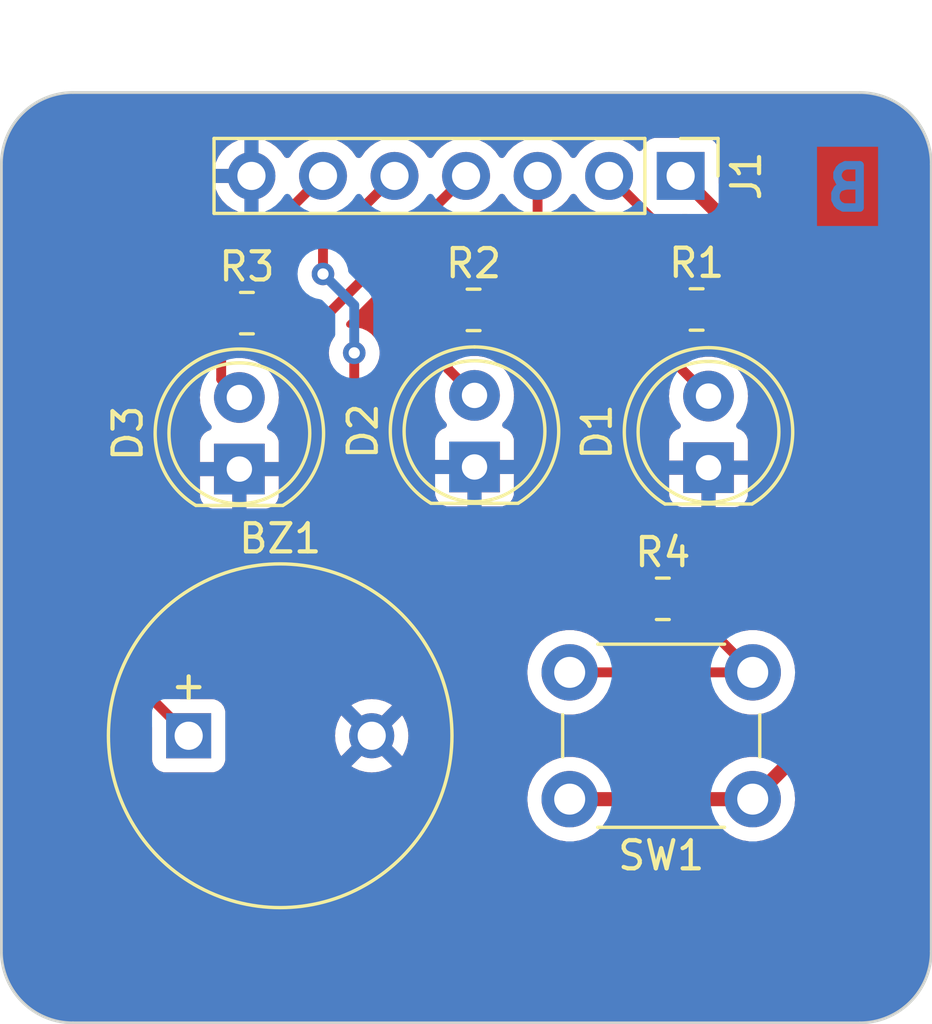
<source format=kicad_pcb>
(kicad_pcb (version 20221018) (generator pcbnew)
  (layers (0 "F.Cu" signal) (31 "B.Cu" signal) (34 "B.Paste" user) (35 "F.Paste" user) (36 "B.SilkS" user "B.Silkscreen") (37 "F.SilkS" user "F.Silkscreen") (38 "B.Mask" user) (39 "F.Mask" user) (44 "Edge.Cuts" user))
  (net 0 "")
  (net 1 "/BUZZER")
  (net 2 "GND")
  (net 3 "/LED1")
  (net 4 "/LED2")
  (net 5 "/LED3")
  (net 6 "+5V")
  (net 7 "/SW")
  (net 8 "Net-(D1-A)")
  (net 9 "Net-(D2-A)")
  (net 10 "Net-(D3-A)")
  (footprint "Resistor_SMD:R_0805_2012Metric" (layer "F.Cu") (at 151.8275 93.8)
    (fp_text reference "R1" (at 0 -1.65) (layer "F.SilkS"))
    (fp_text value "220")
    (fp_line (start -0.227064 -0.735) (end 0.227064 -0.735) (stroke (width 0.12)) (layer "F.SilkS"))
    (fp_line (start -0.227064 0.735) (end 0.227064 0.735) (stroke (width 0.12)) (layer "F.SilkS"))
    (pad "1" smd roundrect (at -0.9125 0) (size 1.025 1.4) (layers "F.Cu" "F.Paste" "F.Mask") (roundrect_rratio 0.243902) (net 8 "Net-(D1-A)"))
    (pad "2" smd roundrect (at 0.9125 0) (size 1.025 1.4) (layers "F.Cu" "F.Paste" "F.Mask") (roundrect_rratio 0.243902) (net 3 "/LED1"))
  )
  (footprint "LED_THT:LED_D5.0mm_Clear" (layer "F.Cu") (at 135.59 99.465 90)
    (fp_text reference "D3" (at 1.27 -3.96 90) (layer "F.SilkS"))
    (fp_text value "LED")
    (fp_line (start -1.29 -1.545) (end -1.29 1.545) (stroke (width 0.12)) (layer "F.SilkS"))
    (fp_arc (start -1.29 -1.54483) (mid 2.072002 -2.880433) (end 4.26 0.000462) (stroke (width 0.12)) (layer "F.SilkS"))
    (fp_arc (start 4.26 -0.000462) (mid 2.072002 2.880433) (end -1.29 1.54483) (stroke (width 0.12)) (layer "F.SilkS"))
    (fp_circle (center 1.27 0) (end 3.77 0) (stroke (width 0.12)) (fill none) (layer "F.SilkS"))
    (pad "1" thru_hole rect (at 0 0 90) (size 1.8 1.8) (drill 0.9) (layers "*.Cu" "*.Mask") (net 2 "GND"))
    (pad "2" thru_hole circle (at 2.54 0 90) (size 1.8 1.8) (drill 0.9) (layers "*.Cu" "*.Mask") (net 10 "Net-(D3-A)"))
  )
  (footprint "Button_Switch_THT:SW_PUSH_6mm_H5mm" (layer "F.Cu") (at 153.82 111.18 180)
    (fp_text reference "SW1" (at 3.25 -2) (layer "F.SilkS"))
    (fp_text value "SW_Push")
    (fp_line (start -0.25 1.5) (end -0.25 3) (stroke (width 0.12)) (layer "F.SilkS"))
    (fp_line (start 1 5.5) (end 5.5 5.5) (stroke (width 0.12)) (layer "F.SilkS"))
    (fp_line (start 5.5 -1) (end 1 -1) (stroke (width 0.12)) (layer "F.SilkS"))
    (fp_line (start 6.75 3) (end 6.75 1.5) (stroke (width 0.12)) (layer "F.SilkS"))
    (pad "1" thru_hole circle (at 0 0 270) (size 2 2) (drill 1.1) (layers "*.Cu" "*.Mask") (net 6 "+5V"))
    (pad "1" thru_hole circle (at 6.5 0 270) (size 2 2) (drill 1.1) (layers "*.Cu" "*.Mask") (net 6 "+5V"))
    (pad "2" thru_hole circle (at 0 4.5 270) (size 2 2) (drill 1.1) (layers "*.Cu" "*.Mask") (net 7 "/SW"))
    (pad "2" thru_hole circle (at 6.5 4.5 270) (size 2 2) (drill 1.1) (layers "*.Cu" "*.Mask") (net 7 "/SW"))
  )
  (footprint "LED_THT:LED_D5.0mm_Clear" (layer "F.Cu") (at 143.94 99.39 90)
    (fp_text reference "D2" (at 1.27 -3.96 90) (layer "F.SilkS"))
    (fp_text value "LED")
    (fp_line (start -1.29 -1.545) (end -1.29 1.545) (stroke (width 0.12)) (layer "F.SilkS"))
    (fp_arc (start -1.29 -1.54483) (mid 2.072002 -2.880433) (end 4.26 0.000462) (stroke (width 0.12)) (layer "F.SilkS"))
    (fp_arc (start 4.26 -0.000462) (mid 2.072002 2.880433) (end -1.29 1.54483) (stroke (width 0.12)) (layer "F.SilkS"))
    (fp_circle (center 1.27 0) (end 3.77 0) (stroke (width 0.12)) (fill none) (layer "F.SilkS"))
    (pad "1" thru_hole rect (at 0 0 90) (size 1.8 1.8) (drill 0.9) (layers "*.Cu" "*.Mask") (net 2 "GND"))
    (pad "2" thru_hole circle (at 2.54 0 90) (size 1.8 1.8) (drill 0.9) (layers "*.Cu" "*.Mask") (net 9 "Net-(D2-A)"))
  )
  (footprint "Connector_PinHeader_2.54mm:PinHeader_1x07_P2.54mm_Vertical" (layer "F.Cu") (at 151.26 89.06 -90)
    (fp_text reference "J1" (at 0 -2.33 -90) (layer "F.SilkS"))
    (fp_text value "Conn_01x07_Pin")
    (fp_line (start -1.33 -1.33) (end 0 -1.33) (stroke (width 0.12)) (layer "F.SilkS"))
    (fp_line (start -1.33 0) (end -1.33 -1.33) (stroke (width 0.12)) (layer "F.SilkS"))
    (fp_line (start -1.33 1.27) (end -1.33 16.57) (stroke (width 0.12)) (layer "F.SilkS"))
    (fp_line (start -1.33 1.27) (end 1.33 1.27) (stroke (width 0.12)) (layer "F.SilkS"))
    (fp_line (start -1.33 16.57) (end 1.33 16.57) (stroke (width 0.12)) (layer "F.SilkS"))
    (fp_line (start 1.33 1.27) (end 1.33 16.57) (stroke (width 0.12)) (layer "F.SilkS"))
    (pad "1" thru_hole rect (at 0 0 270) (size 1.7 1.7) (drill 1) (layers "*.Cu" "*.Mask") (net 6 "+5V"))
    (pad "2" thru_hole oval (at 0 2.54 270) (size 1.7 1.7) (drill 1) (layers "*.Cu" "*.Mask") (net 3 "/LED1"))
    (pad "3" thru_hole oval (at 0 5.08 270) (size 1.7 1.7) (drill 1) (layers "*.Cu" "*.Mask") (net 4 "/LED2"))
    (pad "4" thru_hole oval (at 0 7.62 270) (size 1.7 1.7) (drill 1) (layers "*.Cu" "*.Mask") (net 5 "/LED3"))
    (pad "5" thru_hole oval (at 0 10.16 270) (size 1.7 1.7) (drill 1) (layers "*.Cu" "*.Mask") (net 7 "/SW"))
    (pad "6" thru_hole oval (at 0 12.7 270) (size 1.7 1.7) (drill 1) (layers "*.Cu" "*.Mask") (net 1 "/BUZZER"))
    (pad "7" thru_hole oval (at 0 15.24 270) (size 1.7 1.7) (drill 1) (layers "*.Cu" "*.Mask") (net 2 "GND"))
  )
  (footprint "Buzzer_Beeper:MagneticBuzzer_ProSignal_ABT-410-RC" (layer "F.Cu") (at 133.79 108.93)
    (fp_text reference "BZ1" (at 3.25 -7) (layer "F.SilkS"))
    (fp_text value "Buzzer")
    (fp_text user "+" (at 0 -1.8) (layer "F.SilkS"))
    (fp_circle (center 3.25 0) (end 9.35 0) (stroke (width 0.12)) (fill none) (layer "F.SilkS"))
    (pad "1" thru_hole rect (at 0 0) (size 1.6 1.6) (drill 1) (layers "*.Cu" "*.Mask") (net 1 "/BUZZER"))
    (pad "2" thru_hole circle (at 6.5 0) (size 1.6 1.6) (drill 1) (layers "*.Cu" "*.Mask") (net 2 "GND"))
  )
  (footprint "Resistor_SMD:R_0805_2012Metric" (layer "F.Cu") (at 143.9075 93.815)
    (fp_text reference "R2" (at 0 -1.65) (layer "F.SilkS"))
    (fp_text value "220")
    (fp_line (start -0.227064 -0.735) (end 0.227064 -0.735) (stroke (width 0.12)) (layer "F.SilkS"))
    (fp_line (start -0.227064 0.735) (end 0.227064 0.735) (stroke (width 0.12)) (layer "F.SilkS"))
    (pad "1" smd roundrect (at -0.9125 0) (size 1.025 1.4) (layers "F.Cu" "F.Paste" "F.Mask") (roundrect_rratio 0.243902) (net 9 "Net-(D2-A)"))
    (pad "2" smd roundrect (at 0.9125 0) (size 1.025 1.4) (layers "F.Cu" "F.Paste" "F.Mask") (roundrect_rratio 0.243902) (net 4 "/LED2"))
  )
  (footprint "LED_THT:LED_D5.0mm_Clear" (layer "F.Cu") (at 152.25 99.415 90)
    (fp_text reference "D1" (at 1.27 -3.96 90) (layer "F.SilkS"))
    (fp_text value "LED")
    (fp_line (start -1.29 -1.545) (end -1.29 1.545) (stroke (width 0.12)) (layer "F.SilkS"))
    (fp_arc (start -1.29 -1.54483) (mid 2.072002 -2.880433) (end 4.26 0.000462) (stroke (width 0.12)) (layer "F.SilkS"))
    (fp_arc (start 4.26 -0.000462) (mid 2.072002 2.880433) (end -1.29 1.54483) (stroke (width 0.12)) (layer "F.SilkS"))
    (fp_circle (center 1.27 0) (end 3.77 0) (stroke (width 0.12)) (fill none) (layer "F.SilkS"))
    (pad "1" thru_hole rect (at 0 0 90) (size 1.8 1.8) (drill 0.9) (layers "*.Cu" "*.Mask") (net 2 "GND"))
    (pad "2" thru_hole circle (at 2.54 0 90) (size 1.8 1.8) (drill 0.9) (layers "*.Cu" "*.Mask") (net 8 "Net-(D1-A)"))
  )
  (footprint "Resistor_SMD:R_0805_2012Metric" (layer "F.Cu") (at 135.8575 93.93)
    (fp_text reference "R3" (at 0 -1.65) (layer "F.SilkS"))
    (fp_text value "220")
    (fp_line (start -0.227064 -0.735) (end 0.227064 -0.735) (stroke (width 0.12)) (layer "F.SilkS"))
    (fp_line (start -0.227064 0.735) (end 0.227064 0.735) (stroke (width 0.12)) (layer "F.SilkS"))
    (pad "1" smd roundrect (at -0.9125 0) (size 1.025 1.4) (layers "F.Cu" "F.Paste" "F.Mask") (roundrect_rratio 0.243902) (net 10 "Net-(D3-A)"))
    (pad "2" smd roundrect (at 0.9125 0) (size 1.025 1.4) (layers "F.Cu" "F.Paste" "F.Mask") (roundrect_rratio 0.243902) (net 5 "/LED3"))
  )
  (footprint "Resistor_SMD:R_0805_2012Metric" (layer "F.Cu") (at 150.6275 104.07)
    (fp_text reference "R4" (at 0 -1.65) (layer "F.SilkS"))
    (fp_text value "1k")
    (fp_line (start -0.227064 -0.735) (end 0.227064 -0.735) (stroke (width 0.12)) (layer "F.SilkS"))
    (fp_line (start -0.227064 0.735) (end 0.227064 0.735) (stroke (width 0.12)) (layer "F.SilkS"))
    (pad "1" smd roundrect (at -0.9125 0) (size 1.025 1.4) (layers "F.Cu" "F.Paste" "F.Mask") (roundrect_rratio 0.243902) (net 2 "GND"))
    (pad "2" smd roundrect (at 0.9125 0) (size 1.025 1.4) (layers "F.Cu" "F.Paste" "F.Mask") (roundrect_rratio 0.243902) (net 7 "/SW"))
  )
  (gr_line (start 160.16 88.64) (end 160.16 116.58) (stroke (width 0.1)) (layer "Edge.Cuts"))
  (gr_arc (start 129.68 119.12) (mid 127.883949 118.376051) (end 127.14 116.58) (stroke (width 0.1)) (layer "Edge.Cuts"))
  (gr_arc (start 160.16 116.58) (mid 159.416051 118.376051) (end 157.62 119.12) (stroke (width 0.1)) (layer "Edge.Cuts"))
  (gr_line (start 129.68 86.1) (end 157.62 86.1) (stroke (width 0.1)) (layer "Edge.Cuts"))
  (gr_arc (start 157.62 86.1) (mid 159.416051 86.843949) (end 160.16 88.64) (stroke (width 0.1)) (layer "Edge.Cuts"))
  (gr_arc (start 127.14 88.64) (mid 127.883949 86.843949) (end 129.68 86.1) (stroke (width 0.1)) (layer "Edge.Cuts"))
  (gr_line (start 129.68 119.12) (end 157.62 119.12) (stroke (width 0.1)) (layer "Edge.Cuts"))
  (gr_line (start 127.14 88.64) (end 127.14 116.58) (stroke (width 0.1)) (layer "Edge.Cuts"))
  (gr_text "Ares" (at 143.38 116.79) (layer "F.Cu") (effects (font (size 1.5 1.5) (thickness 0.3) bold) (justify left bottom)))
  (gr_text "F" (at 128.78 90.46) (layer "F.Cu") (effects (font (size 1.5 1.5) (thickness 0.3) bold) (justify left bottom)))
  (gr_text "B" (at 158.17 90.38) (layer "B.Cu") (effects (font (size 1.5 1.5) (thickness 0.3) bold) (justify left bottom mirror)))
  (segment (start 135.65 91.97) (end 138.56 89.06) (width 0.35) (layer "F.Cu") (net 1))
  (segment (start 133.79 108.93) (end 132.2 107.34) (width 0.35) (layer "F.Cu") (net 1))
  (segment (start 134.04 91.97) (end 135.65 91.97) (width 0.35) (layer "F.Cu") (net 1))
  (segment (start 132.2 93.81) (end 134.04 91.97) (width 0.35) (layer "F.Cu") (net 1))
  (segment (start 132.2 107.34) (end 132.2 93.81) (width 0.35) (layer "F.Cu") (net 1))
  (segment (start 152.74 93.08) (end 148.72 89.06) (width 0.35) (layer "F.Cu") (net 3))
  (segment (start 152.74 93.8) (end 152.74 93.08) (width 0.35) (layer "F.Cu") (net 3))
  (segment (start 144.82 93.815) (end 146.18 92.455) (width 0.35) (layer "F.Cu") (net 4))
  (segment (start 146.18 92.455) (end 146.18 89.06) (width 0.35) (layer "F.Cu") (net 4))
  (segment (start 136.77 93.93) (end 138.77 93.93) (width 0.35) (layer "F.Cu") (net 5))
  (segment (start 138.77 93.93) (end 143.64 89.06) (width 0.35) (layer "F.Cu") (net 5))
  (segment (start 151.26 89.06) (end 156.31 94.11) (width 0.5) (layer "F.Cu") (net 6))
  (segment (start 156.31 108.69) (end 153.82 111.18) (width 0.5) (layer "F.Cu") (net 6))
  (segment (start 156.31 94.11) (end 156.31 108.69) (width 0.5) (layer "F.Cu") (net 6))
  (segment (start 147.32 111.18) (end 153.82 111.18) (width 0.5) (layer "F.Cu") (net 6))
  (segment (start 138.56 91.6) (end 141.1 89.06) (width 0.35) (layer "F.Cu") (net 7))
  (segment (start 147.32 106.68) (end 153.82 106.68) (width 0.35) (layer "F.Cu") (net 7))
  (segment (start 151.54 104.4) (end 153.82 106.68) (width 0.35) (layer "F.Cu") (net 7))
  (segment (start 150.98 102.17) (end 142.48 102.17) (width 0.35) (layer "F.Cu") (net 7))
  (segment (start 139.67 99.36) (end 139.67 95.34) (width 0.35) (layer "F.Cu") (net 7))
  (segment (start 138.56 92.54) (end 138.56 91.6) (width 0.35) (layer "F.Cu") (net 7))
  (segment (start 151.54 104.07) (end 151.54 104.4) (width 0.35) (layer "F.Cu") (net 7))
  (segment (start 151.54 104.07) (end 151.54 102.73) (width 0.35) (layer "F.Cu") (net 7))
  (segment (start 142.48 102.17) (end 139.67 99.36) (width 0.35) (layer "F.Cu") (net 7))
  (segment (start 151.54 102.73) (end 151.3 102.49) (width 0.35) (layer "F.Cu") (net 7))
  (segment (start 151.3 102.49) (end 150.98 102.17) (width 0.35) (layer "F.Cu") (net 7))
  (via (at 138.56 92.54) (size 0.8) (drill 0.4) (layers "F.Cu" "B.Cu") (net 7))
  (via (at 139.67 95.34) (size 0.8) (drill 0.4) (layers "F.Cu" "B.Cu") (net 7))
  (segment (start 139.67 93.65) (end 138.56 92.54) (width 0.35) (layer "B.Cu") (net 7))
  (segment (start 139.67 95.34) (end 139.67 93.65) (width 0.35) (layer "B.Cu") (net 7))
  (segment (start 150.915 95.54) (end 152.25 96.875) (width 0.35) (layer "F.Cu") (net 8))
  (segment (start 150.915 93.8) (end 150.915 95.54) (width 0.35) (layer "F.Cu") (net 8))
  (segment (start 142.995 95.905) (end 143.94 96.85) (width 0.35) (layer "F.Cu") (net 9))
  (segment (start 142.995 93.815) (end 142.995 95.905) (width 0.35) (layer "F.Cu") (net 9))
  (segment (start 134.945 93.93) (end 134.945 96.28) (width 0.35) (layer "F.Cu") (net 10))
  (segment (start 134.945 96.28) (end 135.59 96.925) (width 0.35) (layer "F.Cu") (net 10))
  (zone (net 2) (net_name "GND") (layer "F.Cu") (connect_pads (clearance 0.5)) (min_thickness 0.25) (fill yes (thermal_gap 0.5) (thermal_bridge_width 0.5))
    (polygon (pts (xy 127.14 86.1) (xy 160.16 86.1) (xy 160.16 119.12) (xy 127.14 119.12)))
  )
  (zone (net 2) (net_name "GND") (layer "B.Cu") (priority 1) (connect_pads (clearance 0.5)) (min_thickness 0.25) (fill yes (thermal_gap 0.5) (thermal_bridge_width 0.5))
    (polygon (pts (xy 127.14 86.1) (xy 160.16 86.1) (xy 160.16 119.12) (xy 127.14 119.12)))
  )
)
</source>
